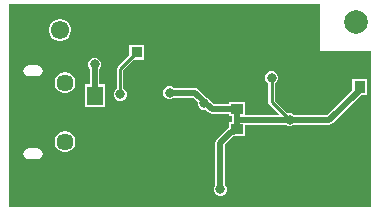
<source format=gbr>
G04*
G04 #@! TF.GenerationSoftware,Altium Limited,Altium Designer,24.6.1 (21)*
G04*
G04 Layer_Physical_Order=2*
G04 Layer_Color=16711680*
%FSLAX25Y25*%
%MOIN*%
G70*
G04*
G04 #@! TF.SameCoordinates,5512D287-6342-4ABA-9CF6-7DAEAAFA0F20*
G04*
G04*
G04 #@! TF.FilePolarity,Positive*
G04*
G01*
G75*
%ADD15C,0.01000*%
%ADD16C,0.01968*%
%ADD21R,0.04134X0.03740*%
%ADD23R,0.03740X0.04134*%
%ADD29C,0.05709*%
%ADD30C,0.03700*%
%ADD31R,0.03700X0.03700*%
%ADD32C,0.06102*%
%ADD33R,0.06102X0.06102*%
%ADD34C,0.03150*%
%ADD35C,0.02800*%
%ADD36C,0.07874*%
%ADD38R,0.05512X0.06457*%
G36*
X430000Y372000D02*
X447000D01*
Y320000D01*
X326500D01*
Y387500D01*
X430000D01*
Y372000D01*
D02*
G37*
%LPC*%
G36*
X343979Y382642D02*
X343021D01*
X342094Y382394D01*
X341264Y381914D01*
X340586Y381236D01*
X340106Y380406D01*
X339858Y379479D01*
Y378521D01*
X340106Y377594D01*
X340586Y376764D01*
X341264Y376086D01*
X342094Y375606D01*
X343021Y375358D01*
X343979D01*
X344906Y375606D01*
X345736Y376086D01*
X346414Y376764D01*
X346894Y377594D01*
X347142Y378521D01*
Y379479D01*
X346894Y380406D01*
X346414Y381236D01*
X345736Y381914D01*
X344906Y382394D01*
X343979Y382642D01*
D02*
G37*
G36*
X335878Y367149D02*
X333122D01*
X332431Y367011D01*
X331845Y366620D01*
X331453Y366034D01*
X331316Y365342D01*
X331453Y364651D01*
X331845Y364065D01*
X332431Y363674D01*
X333122Y363536D01*
X335878D01*
X336569Y363674D01*
X337155Y364065D01*
X337547Y364651D01*
X337684Y365342D01*
X337547Y366034D01*
X337155Y366620D01*
X336569Y367011D01*
X335878Y367149D01*
D02*
G37*
G36*
X345583Y364850D02*
X344676D01*
X343800Y364616D01*
X343015Y364162D01*
X342373Y363521D01*
X341920Y362735D01*
X341685Y361859D01*
Y360952D01*
X341920Y360076D01*
X342373Y359290D01*
X343015Y358649D01*
X343800Y358195D01*
X344676Y357961D01*
X345583D01*
X346460Y358195D01*
X347245Y358649D01*
X347886Y359290D01*
X348340Y360076D01*
X348575Y360952D01*
Y361859D01*
X348340Y362735D01*
X347886Y363521D01*
X347245Y364162D01*
X346460Y364616D01*
X345583Y364850D01*
D02*
G37*
G36*
X371441Y373940D02*
X366560D01*
Y370632D01*
X362714Y366786D01*
X362473Y366425D01*
X362388Y366000D01*
X362388Y366000D01*
Y359383D01*
X362273Y359336D01*
X361664Y358727D01*
X361335Y357931D01*
Y357069D01*
X361664Y356273D01*
X362273Y355664D01*
X363069Y355335D01*
X363931D01*
X364727Y355664D01*
X365336Y356273D01*
X365665Y357069D01*
Y357931D01*
X365336Y358727D01*
X364727Y359336D01*
X364612Y359383D01*
Y365539D01*
X368132Y369059D01*
X371441D01*
Y373940D01*
D02*
G37*
G36*
X355431Y369665D02*
X354569D01*
X353773Y369336D01*
X353164Y368727D01*
X352835Y367931D01*
Y367069D01*
X353164Y366273D01*
X353394Y366043D01*
Y360819D01*
X351654D01*
Y353181D01*
X358347D01*
Y360819D01*
X356606D01*
Y366043D01*
X356836Y366273D01*
X357165Y367069D01*
Y367931D01*
X356836Y368727D01*
X356227Y369336D01*
X355431Y369665D01*
D02*
G37*
G36*
X414431Y365165D02*
X413569D01*
X412773Y364836D01*
X412164Y364227D01*
X411835Y363431D01*
Y362569D01*
X412164Y361773D01*
X412773Y361164D01*
X412888Y361117D01*
Y355000D01*
X412888Y355000D01*
X412973Y354574D01*
X413214Y354214D01*
X416360Y351068D01*
X416169Y350606D01*
X405158D01*
Y355106D01*
X399843D01*
Y354251D01*
X394654D01*
X393447Y355458D01*
X393336Y355727D01*
X392727Y356336D01*
X392458Y356447D01*
X389770Y359135D01*
X389249Y359483D01*
X388634Y359606D01*
X388634Y359606D01*
X381457D01*
X381227Y359836D01*
X380431Y360165D01*
X379569D01*
X378773Y359836D01*
X378164Y359227D01*
X377835Y358431D01*
Y357569D01*
X378164Y356773D01*
X378773Y356164D01*
X379569Y355835D01*
X380431D01*
X381227Y356164D01*
X381457Y356394D01*
X387969D01*
X389363Y355000D01*
X389335Y354931D01*
Y354069D01*
X389664Y353273D01*
X390273Y352664D01*
X391069Y352335D01*
X391931D01*
X392000Y352363D01*
X392853Y351510D01*
X393374Y351162D01*
X393988Y351040D01*
X393989Y351040D01*
X399843D01*
Y350185D01*
X400894D01*
Y349323D01*
X400894Y349323D01*
X400894Y349323D01*
Y348461D01*
X399843D01*
Y346516D01*
X399444Y346250D01*
X395758Y342564D01*
X395410Y342043D01*
X395288Y341428D01*
X395288Y341428D01*
Y327350D01*
X395058Y327120D01*
X394728Y326324D01*
Y325463D01*
X395058Y324667D01*
X395667Y324058D01*
X396463Y323728D01*
X397324D01*
X398120Y324058D01*
X398729Y324667D01*
X399059Y325463D01*
Y326324D01*
X398729Y327120D01*
X398499Y327350D01*
Y340763D01*
X401245Y343509D01*
X401614D01*
X401614Y343509D01*
X401769Y343539D01*
X405158D01*
Y347394D01*
X418543D01*
X418773Y347164D01*
X419569Y346835D01*
X420431D01*
X421227Y347164D01*
X421457Y347394D01*
X433235D01*
X433235Y347394D01*
X433850Y347517D01*
X434371Y347865D01*
X443435Y356929D01*
X443465Y356935D01*
X443986Y357283D01*
X444045Y357343D01*
X445815D01*
Y362657D01*
X440894D01*
Y358929D01*
X432570Y350606D01*
X421457D01*
X421227Y350836D01*
X420431Y351165D01*
X419569D01*
X419455Y351118D01*
X415112Y355461D01*
Y361117D01*
X415227Y361164D01*
X415836Y361773D01*
X416165Y362569D01*
Y363431D01*
X415836Y364227D01*
X415227Y364836D01*
X414431Y365165D01*
D02*
G37*
G36*
X345583Y345165D02*
X344676D01*
X343800Y344931D01*
X343015Y344477D01*
X342373Y343836D01*
X341920Y343050D01*
X341685Y342174D01*
Y341267D01*
X341920Y340391D01*
X342373Y339605D01*
X343015Y338964D01*
X343800Y338510D01*
X344676Y338276D01*
X345583D01*
X346460Y338510D01*
X347245Y338964D01*
X347886Y339605D01*
X348340Y340391D01*
X348575Y341267D01*
Y342174D01*
X348340Y343050D01*
X347886Y343836D01*
X347245Y344477D01*
X346460Y344931D01*
X345583Y345165D01*
D02*
G37*
G36*
X335878Y339590D02*
X333122D01*
X332431Y339452D01*
X331845Y339061D01*
X331453Y338475D01*
X331316Y337784D01*
X331453Y337092D01*
X331845Y336506D01*
X332431Y336115D01*
X333122Y335977D01*
X335878D01*
X336569Y336115D01*
X337155Y336506D01*
X337547Y337092D01*
X337684Y337784D01*
X337547Y338475D01*
X337155Y339061D01*
X336569Y339452D01*
X335878Y339590D01*
D02*
G37*
%LPD*%
D15*
X414000Y355000D02*
X420000Y349000D01*
X414000Y355000D02*
Y363000D01*
X363500Y357500D02*
Y366000D01*
X369000Y371500D01*
D16*
X396894Y325894D02*
Y341428D01*
X400580Y345114D01*
X388634Y358000D02*
X393988Y352646D01*
X355000Y357000D02*
Y367500D01*
X400580Y345114D02*
X401614D01*
X402500Y346000D01*
X442851Y358419D02*
X443737Y359305D01*
X442654Y358419D02*
X442851D01*
X433235Y349000D02*
X442654Y358419D01*
X420000Y349000D02*
X433235D01*
X443737Y359305D02*
Y359502D01*
X402500Y349323D02*
Y352646D01*
Y346000D02*
Y349323D01*
X402823Y349000D02*
X420000D01*
X402500Y349323D02*
X402823Y349000D01*
X380000Y358000D02*
X388634D01*
X393988Y352646D02*
X402500D01*
D21*
Y346000D02*
D03*
Y340291D02*
D03*
Y358354D02*
D03*
Y352646D02*
D03*
D23*
X437646Y360000D02*
D03*
X443354D02*
D03*
D29*
X345130Y341721D02*
D03*
Y361405D02*
D03*
D30*
X374512Y371500D02*
D03*
D31*
X369000D02*
D03*
D32*
X343500Y379000D02*
D03*
D33*
X333500D02*
D03*
D34*
X396894Y325894D02*
D03*
X414000Y363000D02*
D03*
X355000Y367500D02*
D03*
X363500Y357500D02*
D03*
X420000Y349000D02*
D03*
X391500Y354500D02*
D03*
X380000Y358000D02*
D03*
D35*
X425197Y362205D02*
D03*
Y330709D02*
D03*
X417323Y377953D02*
D03*
X409449Y330709D02*
D03*
X401575Y377953D02*
D03*
X393701Y362205D02*
D03*
X377953D02*
D03*
X370079Y377953D02*
D03*
X362205Y330709D02*
D03*
X354331Y377953D02*
D03*
Y346457D02*
D03*
X346457Y330709D02*
D03*
X330709D02*
D03*
D36*
X442000Y381500D02*
D03*
D38*
X370866Y357000D02*
D03*
X355000D02*
D03*
M02*

</source>
